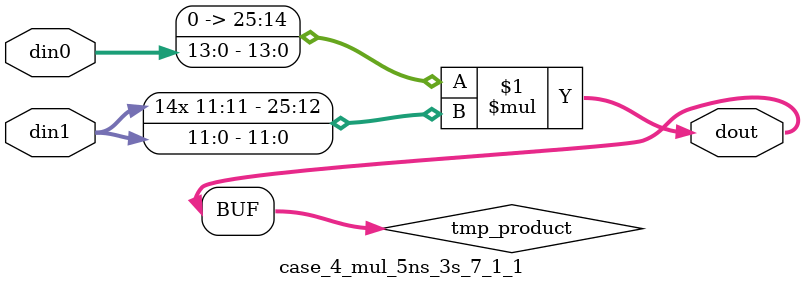
<source format=v>

`timescale 1 ns / 1 ps

 (* use_dsp = "no" *)  module case_4_mul_5ns_3s_7_1_1(din0, din1, dout);
parameter ID = 1;
parameter NUM_STAGE = 0;
parameter din0_WIDTH = 14;
parameter din1_WIDTH = 12;
parameter dout_WIDTH = 26;

input [din0_WIDTH - 1 : 0] din0; 
input [din1_WIDTH - 1 : 0] din1; 
output [dout_WIDTH - 1 : 0] dout;

wire signed [dout_WIDTH - 1 : 0] tmp_product;

























assign tmp_product = $signed({1'b0, din0}) * $signed(din1);










assign dout = tmp_product;





















endmodule

</source>
